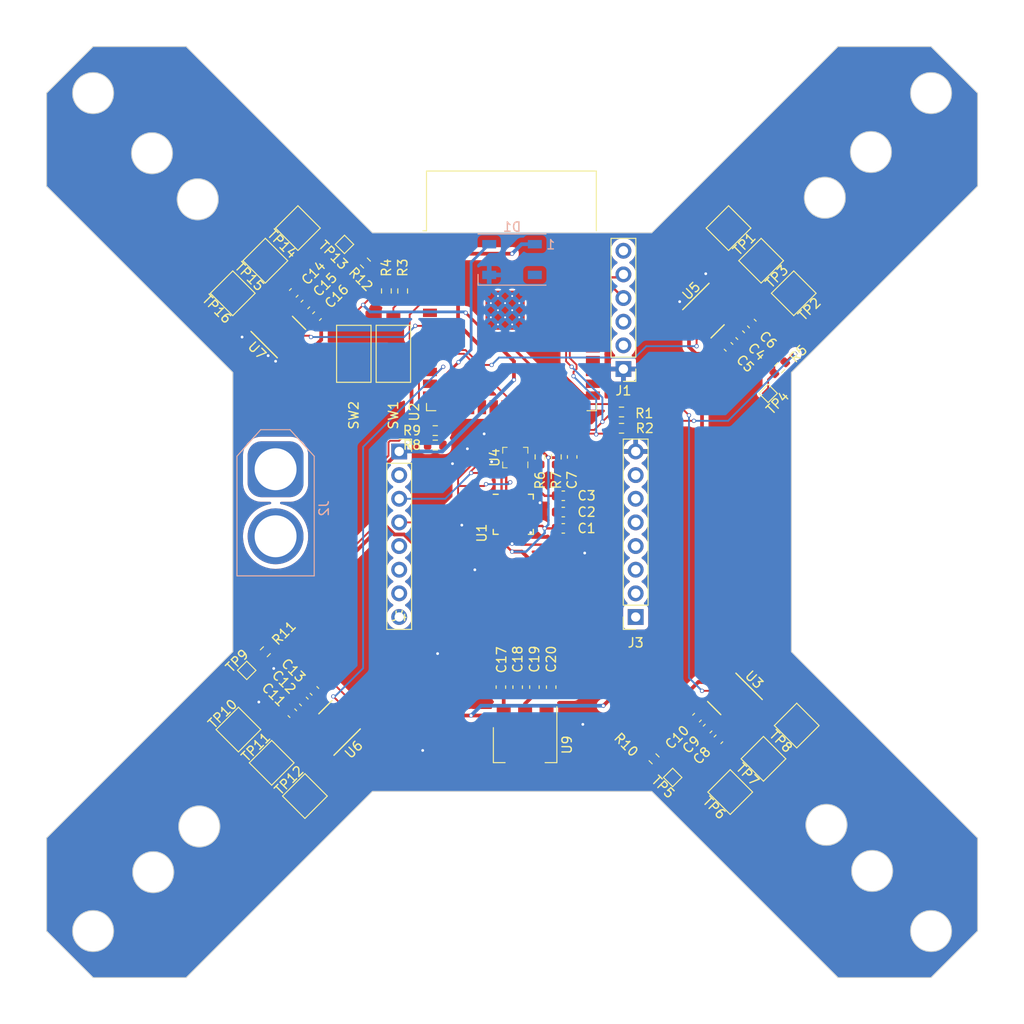
<source format=kicad_pcb>
(kicad_pcb (version 20221018) (generator pcbnew)
  (layers (0 "F.Cu" signal) (31 "B.Cu" signal) (34 "B.Paste" user) (35 "F.Paste" user) (36 "B.SilkS" user "B.Silkscreen") (37 "F.SilkS" user "F.Silkscreen") (38 "B.Mask" user) (39 "F.Mask" user) (44 "Edge.Cuts" user))
  (net 0 "")
  (net 1 "GND")
  (net 2 "VCC")
  (net 3 "Net-(U1-REGOUT)")
  (net 4 "Net-(U1-CPOUT)")
  (net 6 "Net-(D1-DIN)")
  (net 8 "ESP_RX")
  (net 9 "ESP_TX")
  (net 11 "SCL")
  (net 12 "SDA")
  (net 13 "Net-(SW1-B)")
  (net 14 "Net-(SW2-A)")
  (net 15 "Net-(U4-CSB)")
  (net 16 "Net-(U4-SDO)")
  (net 17 "BAT_LEVEL")
  (net 24 "MPU_IRQ")
  (net 35 "MOTOR_4")
  (net 36 "DW_RST")
  (net 37 "MOTOR_1")
  (net 38 "MOTOR_2")
  (net 39 "MOTOR_3")
  (net 51 "DW_IRQ")
  (net 52 "WS_IN")
  (net 53 "SS")
  (net 54 "SCK")
  (net 55 "MISO")
  (net 57 "MOSI")
  (net 58 "+BATT")
  (net 59 "Net-(U5-Vbias)")
  (net 60 "Net-(U5-OUT1)")
  (net 61 "Net-(U5-OUT2)")
  (net 62 "Net-(U5-OUT3)")
  (net 63 "Net-(U3-Vbias)")
  (net 64 "Net-(U6-Vbias)")
  (net 65 "Net-(U7-Vbias)")
  (net 66 "+3.3V")
  (net 67 "Net-(U5-FG)")
  (net 68 "Net-(U3-FG)")
  (net 69 "Net-(U6-FG)")
  (net 70 "Net-(U7-FG)")
  (net 71 "Net-(U3-OUT1)")
  (net 72 "Net-(U3-OUT2)")
  (net 73 "Net-(U3-OUT3)")
  (net 74 "Net-(U6-OUT1)")
  (net 75 "Net-(U6-OUT2)")
  (net 76 "Net-(U6-OUT3)")
  (net 77 "Net-(U7-OUT1)")
  (net 78 "Net-(U7-OUT2)")
  (net 79 "Net-(U7-OUT3)")
  (footprint "Capacitor_SMD:C_0603_1608Metric" (layer "F.Cu") (at 174.5 81 -45)
    (fp_text reference "C4")
    (fp_text value "C")
  )
  (footprint "Button_Switch_SMD:SW_SPST_CK_RS282G05A3" (layer "F.Cu") (at 137.25 83 90)
    (fp_text reference "SW1")
    (fp_text value "SW_Push_Open")
  )
  (footprint "TestPoint:TestPoint_Pad_3.0x3.0mm" (layer "F.Cu") (at 127.75 130.5 45)
    (fp_text reference "TP12")
    (fp_text value "TestPoint")
  )
  (footprint "Capacitor_SMD:C_0603_1608Metric" (layer "F.Cu") (at 155.5 100)
    (fp_text reference "C2")
    (fp_text value "C")
  )
  (footprint "Package_DFN_QFN:DFN-8-1EP_4x4mm_P0.8mm_EP2.5x3.6mm" (layer "F.Cu") (at 173.934315 120.237258 135)
    (fp_text reference "U3")
    (fp_text value "MCP8063")
  )
  (footprint "TestPoint:TestPoint_Pad_3.0x3.0mm" (layer "F.Cu") (at 120.608222 123.358222 45)
    (fp_text reference "TP10")
    (fp_text value "TestPoint")
  )
  (footprint "Resistor_SMD:R_0603_1608Metric" (layer "F.Cu") (at 138.25 76.25 -90)
    (fp_text reference "R3")
    (fp_text value "10K")
  )
  (footprint "TestPoint:TestPoint_Pad_3.0x3.0mm" (layer "F.Cu") (at 180.25 76.5 -135)
    (fp_text reference "TP2")
    (fp_text value "TestPoint")
  )
  (footprint "TestPoint:TestPoint_Pad_1.0x1.0mm" (layer "F.Cu") (at 167.25 128.5 135)
    (fp_text reference "TP5")
    (fp_text value "TestPoint")
  )
  (footprint "Connector_PinSocket_2.54mm:PinSocket_1x08_P2.54mm_Vertical" (layer "F.Cu") (at 163.276172 111.268965 180)
    (fp_text reference "J3")
    (fp_text value "Conn_01x08_Pin")
  )
  (footprint "TestPoint:TestPoint_Pad_1.0x1.0mm" (layer "F.Cu") (at 121.5 117 45)
    (fp_text reference "TP9")
    (fp_text value "TestPoint")
  )
  (footprint "Resistor_SMD:R_0603_1608Metric" (layer "F.Cu") (at 141.75 92.8)
    (fp_text reference "R8")
    (fp_text value "100K")
  )
  (footprint "Resistor_SMD:R_0603_1608Metric" (layer "F.Cu") (at 141.75 91.25)
    (fp_text reference "R9")
    (fp_text value "100K")
  )
  (footprint "TestPoint:TestPoint_Pad_3.0x3.0mm" (layer "F.Cu") (at 127 69.5 135)
    (fp_text reference "TP14")
    (fp_text value "TestPoint")
  )
  (footprint "TestPoint:TestPoint_Pad_3.0x3.0mm" (layer "F.Cu") (at 120 76.5 135)
    (fp_text reference "TP16")
    (fp_text value "TestPoint")
  )
  (footprint "Capacitor_SMD:C_0603_1608Metric" (layer "F.Cu") (at 155.5 98.25)
    (fp_text reference "C3")
    (fp_text value "C")
  )
  (footprint "Sensor_Motion:InvenSense_QFN-24_4x4mm_P0.5mm" (layer "F.Cu") (at 150.130412 100.239157)
    (fp_text reference "U1")
    (fp_text value "MPU-6050")
  )
  (footprint "Capacitor_SMD:C_0603_1608Metric" (layer "F.Cu") (at 150.600001 118.8 90)
    (fp_text reference "C18")
    (fp_text value "C")
  )
  (footprint "TestPoint:TestPoint_Pad_3.0x3.0mm" (layer "F.Cu") (at 173.429111 130.070889 135)
    (fp_text reference "TP6")
    (fp_text value "TestPoint")
  )
  (footprint "Resistor_SMD:R_0603_1608Metric" (layer "F.Cu") (at 161.75 91 180)
    (fp_text reference "R2")
    (fp_text value "R_Small")
  )
  (footprint "Resistor_SMD:R_0603_1608Metric" (layer "F.Cu") (at 165.25 126.5 -45)
    (fp_text reference "R10")
    (fp_text value "10K")
  )
  (footprint "Resistor_SMD:R_0603_1608Metric" (layer "F.Cu") (at 136.5 76.25 -90)
    (fp_text reference "R4")
    (fp_text value "10K")
  )
  (footprint "TestPoint:TestPoint_Pad_3.0x3.0mm" (layer "F.Cu") (at 123.5 73 135)
    (fp_text reference "TP15")
    (fp_text value "TestPoint")
  )
  (footprint "Capacitor_SMD:C_0603_1608Metric" (layer "F.Cu") (at 156.454417 94.076692 -90)
    (fp_text reference "C7")
    (fp_text value "C")
  )
  (footprint "Capacitor_SMD:C_0603_1608Metric" (layer "F.Cu") (at 152.4 118.8 90)
    (fp_text reference "C19")
    (fp_text value "C")
  )
  (footprint "Resistor_SMD:R_0603_1608Metric" (layer "F.Cu") (at 154.75 94.075 -90)
    (fp_text reference "R7")
    (fp_text value "10K")
  )
  (footprint "Capacitor_SMD:C_0603_1608Metric" (layer "F.Cu") (at 155.5 101.75 180)
    (fp_text reference "C1")
    (fp_text value "C")
  )
  (footprint "Connector_PinSocket_2.54mm:PinSocket_1x08_P2.54mm_Vertical" (layer "F.Cu") (at 137.876172 93.488965)
    (fp_text reference "J4")
    (fp_text value "Conn_01x08_Pin")
  )
  (footprint "Button_Switch_SMD:SW_SPST_CK_RS282G05A3" (layer "F.Cu") (at 133 83 -90)
    (fp_text reference "SW2")
    (fp_text value "SW_Push_Open")
  )
  (footprint "Capacitor_SMD:C_0603_1608Metric" (layer "F.Cu") (at 154.2 118.8 90)
    (fp_text reference "C20")
    (fp_text value "C")
  )
  (footprint "Package_DFN_QFN:DFN-8-1EP_4x4mm_P0.8mm_EP2.5x3.6mm" (layer "F.Cu") (at 171.260244 78.361545 -135)
    (fp_text reference "U5")
    (fp_text value "MCP8063")
  )
  (footprint "Resistor_SMD:R_0603_1608Metric" (layer "F.Cu") (at 161.75 89.25 180)
    (fp_text reference "R1")
    (fp_text value "R_Small")
  )
  (footprint "Capacitor_SMD:C_0603_1608Metric" (layer "F.Cu") (at 127.798008 77.701992 45)
    (fp_text reference "C15")
    (fp_text value "C")
  )
  (footprint "Capacitor_SMD:C_0603_1608Metric" (layer "F.Cu") (at 175.75 79.75 -45)
    (fp_text reference "C6")
    (fp_text value "C")
  )
  (footprint "Package_LGA:Bosch_LGA-8_2x2.5mm_P0.65mm_ClockwisePinNumbering" (layer "F.Cu") (at 150.342873 94.145444 180)
    (fp_text reference "U4")
    (fp_text value "BMP280")
  )
  (footprint "Capacitor_SMD:C_0603_1608Metric" (layer "F.Cu") (at 126.548008 76.451992 45)
    (fp_text reference "C14")
    (fp_text value "C")
  )
  (footprint "TestPoint:TestPoint_Pad_3.0x3.0mm" (layer "F.Cu") (at 180.570889 122.929111 135)
    (fp_text reference "TP8")
    (fp_text value "TestPoint")
  )
  (footprint "Capacitor_SMD:C_0603_1608Metric" (layer "F.Cu") (at 126.4 121.6 135)
    (fp_text reference "C11")
    (fp_text value "C")
  )
  (footprint "TestPoint:TestPoint_Pad_3.0x3.0mm" (layer "F.Cu") (at 177 126.5 135)
    (fp_text reference "TP7")
    (fp_text value "TestPoint")
  )
  (footprint "Resistor_SMD:R_0603_1608Metric" (layer "F.Cu") (at 178.75 84.5 -135)
    (fp_text reference "R5")
    (fp_text value "10K")
  )
  (footprint "Resistor_SMD:R_0603_1608Metric" (layer "F.Cu") (at 123.5 115 -135)
    (fp_text reference "R11")
    (fp_text value "10K")
  )
  (footprint "TestPoint:TestPoint_Pad_3.0x3.0mm" (layer "F.Cu") (at 124.179111 126.929111 45)
    (fp_text reference "TP11")
    (fp_text value "TestPoint")
  )
  (footprint "Capacitor_SMD:C_0603_1608Metric" (layer "F.Cu") (at 171 123.25 -135)
    (fp_text reference "C9")
    (fp_text value "C")
  )
  (footprint "TestPoint:TestPoint_Pad_3.0x3.0mm" (layer "F.Cu") (at 176.75 73 -135)
    (fp_text reference "TP3")
    (fp_text value "TestPoint")
  )
  (footprint "Package_DFN_QFN:DFN-8-1EP_4x4mm_P0.8mm_EP2.5x3.6mm" (layer "F.Cu") (at 124.891422 80.492462 -45)
    (fp_text reference "U7")
    (fp_text value "MCP8063")
  )
  (footprint "RF_Module:ESP32-WROOM-32" (layer "F.Cu") (at 149.927781 79.229432)
    (fp_text reference "U2")
    (fp_text value "ESP32-WROOM-32")
  )
  (footprint "Capacitor_SMD:C_0603_1608Metric" (layer "F.Cu") (at 173.25 82.25 -45)
    (fp_text reference "C5")
    (fp_text value "C")
  )
  (footprint "Capacitor_SMD:C_0603_1608Metric" (layer "F.Cu") (at 127.635611 120.343343 135)
    (fp_text reference "C12")
    (fp_text value "C")
  )
  (footprint "Resistor_SMD:R_0603_1608Metric" (layer "F.Cu") (at 134.25 73.25 135)
    (fp_text reference "R12")
    (fp_text value "10K")
  )
  (footprint "Resistor_SMD:R_0603_1608Metric" (layer "F.Cu") (at 153 94.075 -90)
    (fp_text reference "R6")
    (fp_text value "10K")
  )
  (footprint "TestPoint:TestPoint_Pad_3.0x3.0mm" (layer "F.Cu") (at 173.25 69.5 -135)
    (fp_text reference "TP1")
    (fp_text value "TestPoint")
  )
  (footprint "Capacitor_SMD:C_0603_1608Metric" (layer "F.Cu") (at 128.775643 119.20331 135)
    (fp_text reference "C13")
    (fp_text value "C")
  )
  (footprint "Connector_PinHeader_2.54mm:PinHeader_1x06_P2.54mm_Vertical" (layer "F.Cu") (at 161.958221 84.633437 180)
    (fp_text reference "J1")
    (fp_text value "Conn_01x06")
  )
  (footprint "Capacitor_SMD:C_0603_1608Metric" (layer "F.Cu") (at 148.799999 118.8 90)
    (fp_text reference "C17")
    (fp_text value "C")
  )
  (footprint "TestPoint:TestPoint_Pad_1.0x1.0mm" (layer "F.Cu") (at 177.5 87.25 -135)
    (fp_text reference "TP4")
    (fp_text value "TestPoint")
  )
  (footprint "TestPoint:TestPoint_Pad_1.0x1.0mm" (layer "F.Cu") (at 132 71.25 135)
    (fp_text reference "TP13")
    (fp_text value "TestPoint")
  )
  (footprint "Capacitor_SMD:C_0603_1608Metric" (layer "F.Cu") (at 129.048008 78.951992 45)
    (fp_text reference "C16")
    (fp_text value "C")
  )
  (footprint "Capacitor_SMD:C_0603_1608Metric" (layer "F.Cu") (at 169.857067 122.078401 -135)
    (fp_text reference "C10")
    (fp_text value "C")
  )
  (footprint "Package_TO_SOT_SMD:SOT-223-3_TabPin2" (layer "F.Cu") (at 151.4 125 -90)
    (fp_text reference "U9")
    (fp_text value "LM1117MP-3.3")
  )
  (footprint "Capacitor_SMD:C_0603_1608Metric" (layer "F.Cu") (at 172.164058 124.40801 -135)
    (fp_text reference "C8")
    (fp_text value "C")
  )
  (footprint "Package_DFN_QFN:DFN-8-1EP_4x4mm_P0.8mm_EP2.5x3.6mm" (layer "F.Cu") (at 130.762742 123.184315 45)
    (fp_text reference "U6")
    (fp_text value "MCP8063")
  )
  (footprint "Connector_AMASS:AMASS_XT60-M_1x02_P7.20mm_Vertical" (layer "B.Cu") (at 124.6 95.4 -90)
    (fp_text reference "J2")
    (fp_text value "XT60-M")
  )
  (footprint "LED_SMD:LED_WS2812B_PLCC4_5.0x5.0mm_P3.2mm" (layer "B.Cu") (at 149.993593 72.878609 180)
    (fp_text reference "D1")
    (fp_text value "WS2812B")
  )
  (gr_line (start 100 145) (end 100 135) (stroke (width 0.1)) (layer "Edge.Cuts"))
  (gr_line (start 100 135) (end 120 115) (stroke (width 0.1)) (layer "Edge.Cuts"))
  (gr_line (start 200 65) (end 200 55) (stroke (width 0.1)) (layer "Edge.Cuts"))
  (gr_line (start 185 50) (end 165 70) (stroke (width 0.1)) (layer "Edge.Cuts"))
  (gr_line (start 200 55) (end 195 50) (stroke (width 0.1)) (layer "Edge.Cuts"))
  (gr_line (start 100 65) (end 100 55) (stroke (width 0.1)) (layer "Edge.Cuts"))
  (gr_line (start 200 145) (end 195 150) (stroke (width 0.1)) (layer "Edge.Cuts"))
  (gr_line (start 120 115) (end 120 85) (stroke (width 0.1)) (layer "Edge.Cuts"))
  (gr_line (start 135 70) (end 165 70) (stroke (width 0.1)) (layer "Edge.Cuts"))
  (gr_circle (center 105 55) (end 105 52.8) (stroke (width 0.1)) (fill none) (layer "Edge.Cuts"))
  (gr_line (start 200 135) (end 200 145) (stroke (width 0.1)) (layer "Edge.Cuts"))
  (gr_circle (center 116.407257 133.763698) (end 118.607257 133.763698) (stroke (width 0.1)) (fill none) (layer "Edge.Cuts"))
  (gr_line (start 180 85) (end 200 65) (stroke (width 0.1)) (layer "Edge.Cuts"))
  (gr_circle (center 116.236302 66.407257) (end 116.236302 64.207257) (stroke (width 0.1)) (fill none) (layer "Edge.Cuts"))
  (gr_line (start 120 85) (end 100 65) (stroke (width 0.1)) (layer "Edge.Cuts"))
  (gr_line (start 105 50) (end 115 50) (stroke (width 0.1)) (layer "Edge.Cuts"))
  (gr_line (start 115 150) (end 105 150) (stroke (width 0.1)) (layer "Edge.Cuts"))
  (gr_circle (center 183.592743 66.236302) (end 185.792743 66.236302) (stroke (width 0.1)) (fill none) (layer "Edge.Cuts"))
  (gr_circle (center 195 55) (end 197.2 55) (stroke (width 0.1)) (fill none) (layer "Edge.Cuts"))
  (gr_line (start 105 150) (end 100 145) (stroke (width 0.1)) (layer "Edge.Cuts"))
  (gr_line (start 135 130) (end 115 150) (stroke (width 0.1)) (layer "Edge.Cuts"))
  (gr_line (start 180 115) (end 200 135) (stroke (width 0.1)) (layer "Edge.Cuts"))
  (gr_line (start 195 150) (end 185 150) (stroke (width 0.1)) (layer "Edge.Cuts"))
  (gr_circle (center 111.457814 138.673574) (end 109.257814 138.673574) (stroke (width 0.1)) (fill none) (layer "Edge.Cuts"))
  (gr_circle (center 195 145) (end 195 147.2) (stroke (width 0.1)) (fill none) (layer "Edge.Cuts"))
  (gr_circle (center 188.673573 138.542186) (end 188.673574 140.742186) (stroke (width 0.1)) (fill none) (layer "Edge.Cuts"))
  (gr_circle (center 105 145) (end 107.2 145) (stroke (width 0.1)) (fill none) (layer "Edge.Cuts"))
  (gr_circle (center 188.542186 61.326426) (end 186.342186 61.326426) (stroke (width 0.1)) (fill none) (layer "Edge.Cuts"))
  (gr_line (start 100 55) (end 105 50) (stroke (width 0.1)) (layer "Edge.Cuts"))
  (gr_line (start 165 130) (end 135 130) (stroke (width 0.1)) (layer "Edge.Cuts"))
  (gr_circle (center 183.763698 133.592743) (end 183.763698 135.792743) (stroke (width 0.1)) (fill none) (layer "Edge.Cuts"))
  (gr_line (start 195 50) (end 185 50) (stroke (width 0.1)) (layer "Edge.Cuts"))
  (gr_line (start 115 50) (end 135 70) (stroke (width 0.1)) (layer "Edge.Cuts"))
  (gr_line (start 185 150) (end 165 130) (stroke (width 0.1)) (layer "Edge.Cuts"))
  (gr_line (start 180 85) (end 180 115) (stroke (width 0.1)) (layer "Edge.Cuts"))
  (gr_circle (center 111.326426 61.457814) (end 111.326426 59.257814) (stroke (width 0.1)) (fill none) (layer "Edge.Cuts"))
  (segment (start 151.317873 94.945444) (end 151.317873 95.917873) (width 0.2) (layer "F.Cu") (net 1))
  (segment (start 148.180412 98.989157) (end 147.010843 98.989157) (width 0.2) (layer "F.Cu") (net 1))
  (segment (start 150.2 94) (end 150.263317 94) (width 0.2) (layer "F.Cu") (net 1))
  (segment (start 149.880412 103.280412) (end 150 103.4) (width 0.2) (layer "F.Cu") (net 1))
  (segment (start 173.934315 120.237258) (end 173.934315 118.540201) (width 0.4) (layer "F.Cu") (net 1))
  (segment (start 169.563187 78.361545) (end 168.997502 78.92723) (width 0.4) (layer "F.Cu") (net 1))
  (segment (start 150.880412 102.189157) (end 150.880412 102.680412) (width 0.2) (layer "F.Cu") (net 1))
  (segment (start 148.454556 93.945444) (end 150.145444 93.945444) (width 0.2) (layer "F.Cu") (net 1))
  (segment (start 171.260244 78.361545) (end 169.563187 78.361545) (width 0.4) (layer "F.Cu") (net 1))
  (segment (start 124.891422 82.189519) (end 124.891422 80.492462) (width 0.4) (layer "F.Cu") (net 1))
  (segment (start 150.263317 94) (end 150.667873 93.595444) (width 0.2) (layer "F.Cu") (net 1))
  (segment (start 151.114157 102.914157) (end 151.685843 102.914157) (width 0.2) (layer "F.Cu") (net 1))
  (segment (start 149.880412 102.189157) (end 149.880412 103.280412) (width 0.2) (layer "F.Cu") (net 1))
  (segment (start 132.459799 123.184315) (end 133.025484 122.61863) (width 0.4) (layer "F.Cu") (net 1))
  (segment (start 147.8 94.6) (end 148.454556 93.945444) (width 0.2) (layer "F.Cu") (net 1))
  (segment (start 152.989157 98.989157) (end 153 99) (width 0.2) (layer "F.Cu") (net 1))
  (segment (start 151.685843 102.914157) (end 152 102.6) (width 0.2) (layer "F.Cu") (net 1))
  (segment (start 130.762742 123.184315) (end 132.459799 123.184315) (width 0.4) (layer "F.Cu") (net 1))
  (segment (start 173.934315 118.540201) (end 173.36863 117.974516) (width 0.4) (layer "F.Cu") (net 1))
  (segment (start 150.667873 93.595444) (end 150.667873 93.345444) (width 0.2) (layer "F.Cu") (net 1))
  (segment (start 150.880412 102.680412) (end 151.114157 102.914157) (width 0.2) (layer "F.Cu") (net 1))
  (segment (start 125.457107 82.755204) (end 124.891422 82.189519) (width 0.4) (layer "F.Cu") (net 1))
  (segment (start 152 102.6) (end 152 102.2) (width 0.2) (layer "F.Cu") (net 1))
  (segment (start 152.080412 98.989157) (end 152.989157 98.989157) (width 0.2) (layer "F.Cu") (net 1))
  (segment (start 147.010843 98.989157) (end 147 99) (width 0.2) (layer "F.Cu") (net 1))
  (segment (start 151.317873 95.917873) (end 151.4 96) (width 0.2) (layer "F.Cu") (net 1))
  (segment (start 150.145444 93.945444) (end 150.2 94) (width 0.2) (layer "F.Cu") (net 1))
  (via (at 150 103.4) (size 0.45) (drill 0.3) (layers "F.Cu" "B.Cu") (net 1))
  (via (at 145.2 93.2) (size 0.45) (drill 0.3) (layers "F.Cu" "B.Cu") (net 1))
  (via (at 143.6 94.8) (size 0.45) (drill 0.3) (layers "F.Cu" "B.Cu") (net 1))
  (via (at 157.8 104.4) (size 0.45) (drill 0.3) (layers "F.Cu" "B.Cu") (net 1))
  (via (at 170.8 74.4) (size 0.45) (drill 0.3) (layers "F.Cu" "B.Cu") (net 1))
  (via (at 124.4 116.8) (size 0.45) (drill 0.3) (layers "F.Cu" "B.Cu") (net 1))
  (via (at 147.8 94.6) (size 0.45) (drill 0.3) (layers "F.Cu" "B.Cu") (net 1))
  (via (at 144.6 101.4) (size 0.45) (drill 0.3) (layers "F.Cu" "B.Cu") (net 1))
  (via (at 152 102.2) (size 0.45) (drill 0.3) (layers "F.Cu" "B.Cu") (net 1))
  (via (at 124.6 83.8) (size 0.45) (drill 0.3) (layers "F.Cu" "B.Cu") (net 1))
  (via (at 146 106.2) (size 0.45) (drill 0.3) (layers "F.Cu" "B.Cu") (net 1))
  (via (at 140.4 125.6) (size 0.45) (drill 0.3) (layers "F.Cu" "B.Cu") (net 1))
  (via (at 168 77.4) (size 0.45) (drill 0.3) (layers "F.Cu" "B.Cu") (net 1))
  (via (at 147 91.6) (size 0.45) (drill 0.3) (layers "F.Cu" "B.Cu") (net 1))
  (via (at 142 115.2) (size 0.45) (drill 0.3) (layers "F.Cu" "B.Cu") (net 1))
  (via (at 157.6 122.8) (size 0.45) (drill 0.3) (layers "F.Cu" "B.Cu") (net 1))
  (via (at 123.8 83.2) (size 0.45) (drill 0.3) (layers "F.Cu" "B.Cu") (net 1))
  (via (at 122.8 120.4) (size 0.45) (drill 0.3) (layers "F.Cu" "B.Cu") (net 1))
  (via (at 121 81.2) (size 0.45) (drill 0.3) (layers "F.Cu" "B.Cu") (net 1))
  (via (at 153 99) (size 0.45) (drill 0.3) (layers "F.Cu" "B.Cu") (net 1))
  (segment (start 150.380412 102.880412) (end 150.380412 102.189157) (width 0.25) (layer "F.Cu") (net 3))
  (segment (start 155.5 102.227818) (end 154.227818 103.5) (width 0.25) (layer "F.Cu") (net 3))
  (segment (start 154.227818 103.5) (end 151 103.5) (width 0.25) (layer "F.Cu") (net 3))
  (segment (start 151 103.5) (end 150.380412 102.880412) (width 0.25) (layer "F.Cu") (net 3))
  (segment (start 155.5 100.775) (end 155.5 102.227818) (width 0.25) (layer "F.Cu") (net 3))
  (segment (start 154.725 100) (end 155.5 100.775) (width 0.25) (layer "F.Cu") (net 3))
  (segment (start 152.75 97.5) (end 151.178883 97.5) (width 0.25) (layer "F.Cu") (net 4))
  (segment (start 151.178883 97.5) (end 150.880412 97.798471) (width 0.25) (layer "F.Cu") (net 4))
  (segment (start 153.5 98.25) (end 152.75 97.5) (width 0.25) (layer "F.Cu") (net 4))
  (segment (start 150.880412 97.798471) (end 150.880412 98.289157) (width 0.25) (layer "F.Cu") (net 4))
  (segment (start 154.725 98.25) (end 153.5 98.25) (width 0.25) (layer "F.Cu") (net 4))
  (segment (start 144.25 83.897213) (end 141.927781 86.219432) (width 0.3) (layer "F.Cu") (net 6))
  (segment (start 141.927781 86.219432) (end 141.177781 86.219432) (width 0.3) (layer "F.Cu") (net 6))
  (via (at 144.25 83.897213) (size 0.45) (drill 0.3) (layers "F.Cu" "B.Cu") (net 6))
  (segment (start 145.6 82.547213) (end 145.6 73.172202) (width 0.3) (layer "B.Cu") (net 6))
  (segment (start 144.25 83.897213) (end 145.6 82.547213) (width 0.3) (layer "B.Cu") (net 6))
  (segment (start 145.6 73.172202) (end 147.543593 71.228609) (width 0.3) (layer "B.Cu") (net 6))
  (segment (start 161.004216 76.059432) (end 161.958221 77.013437) (width 0.25) (layer "F.Cu") (net 8))
  (segment (start 158.677781 76.059432) (end 161.004216 76.059432) (width 0.25) (layer "F.Cu") (net 8))
  (segment (start 161.642226 74.789432) (end 161.958221 74.473437) (width 0.25) (layer "F.Cu") (net 9))
  (segment (start 158.677781 74.789432) (end 161.642226 74.789432) (width 0.25) (layer "F.Cu") (net 9))
  (segment (start 155.8 83.8) (end 156.4 84.4) (width 0.2) (layer "F.Cu") (net 11))
  (segment (start 144.2 97.2) (end 147 97.2) (width 0.2) (layer "F.Cu") (net 11))
  (segment (start 149.425 91.175) (end 144.2 96.4) (width 0.2) (layer "F.Cu") (net 11))
  (segment (start 160.925 89.25) (end 160.75 89.25) (width 0.2) (layer "F.Cu") (net 11))
  (segment (start 149.367873 96.8) (end 149.367873 98.276618) (width 0.25) (layer "F.Cu") (net 11))
  (segment (start 158.825 91.175) (end 149.425 91.175) (width 0.2) (layer "F.Cu") (net 11))
  (segment (start 158.323517 73.519432) (end 155.8 76.042949) (width 0.2) (layer "F.Cu") (net 11))
  (segment (start 149.367873 94.945444) (end 149.367873 96.8) (width 0.25) (layer "F.Cu") (net 11))
  (segment (start 144.2 98.6) (end 141.691035 101.108965) (width 0.2) (layer "F.Cu") (net 11))
  (segment (start 159.7 90.3) (end 158.825 91.175) (width 0.2) (layer "F.Cu") (net 11))
  (segment (start 147 97.2) (end 147.2 97) (width 0.2) (layer "F.Cu") (net 11))
  (segment (start 155.8 76.042949) (end 155.8 83.8) (width 0.2) (layer "F.Cu") (net 11))
  (segment (start 158.677781 73.519432) (end 158.323517 73.519432) (width 0.2) (layer "F.Cu") (net 11))
  (segment (start 144.2 97.2) (end 144.2 98.6) (width 0.2) (layer "F.Cu") (net 11))
  (segment (start 141.691035 101.108965) (end 137.876172 101.108965) (width 0.2) (layer "F.Cu") (net 11))
  (segment (start 144.2 96.4) (end 144.2 97.2) (width 0.2) (layer "F.Cu") (net 11))
  (segment (start 160.75 89.25) (end 159.7 90.3) (width 0.2) (layer "F.Cu") (net 11))
  (segment (start 149.367873 98.276618) (end 149.380412 98.289157) (width 0.25) (layer "F.Cu") (net 11))
  (segment (start 149.8 96.8) (end 149.367873 96.8) (width 0.2) (layer "F.Cu") (net 11))
  (via (at 147.2 97) (size 0.45) (drill 0.3) (layers "F.Cu" "B.Cu") (net 11))
  (via (at 159.7 90.3) (size 0.45) (drill 0.3) (layers "F.Cu" "B.Cu") (net 11))
  (via (at 149.8 96.8) (size 0.45) (drill 0.3) (layers "F.Cu" "B.Cu") (net 11))
  (via (at 156.4 84.4) (size 0.45) (drill 0.3) (layers "F.Cu" "B.Cu") (net 11))
  (segment (start 147.2 97) (end 149.6 97) (width 0.2) (layer "B.Cu") (net 11))
  (segment (start 156.4 84.4) (end 159.7 87.7) (width 0.2) (layer "B.Cu") (net 11))
  (segment (start 159.7 87.7) (end 159.7 90.3) (width 0.2) (layer "B.Cu") (net 11))
  (segment (start 149.6 97) (end 149.8 96.8) (width 0.2) (layer "B.Cu") (net 11))
  (segment (start 149.047429 94.370444) (end 148.867873 94.55) (width 0.25) (layer "F.Cu") (net 12))
  (segment (start 150.017873 94.710824) (end 149.677493 94.370444) (width 0.25) (layer "F.Cu") (net 12))
  (segment (start 149.677493 94.370444) (end 149.047429 94.370444) (width 0.25) (layer "F.Cu") (net 12))
  (segment (start 156.2 83.457537) (end 156.2 78.6) (width 0.2) (layer "F.Cu") (net 12))
  (segment (start 160.35 91.575) (end 149.625 91.575) (width 0.2) (layer "F.Cu") (net 12))
  (segment (start 150.017873 94.945444) (end 150.017873 94.710824) (width 0.25) (layer "F.Cu") (net 12))
  (segment (start 157.470568 77.329432) (end 158.677781 77.329432) (width 0.2) (layer "F.Cu") (net 12))
  (segment (start 148.867873 94.55) (end 148.867873 95.8) (width 0.25) (layer "F.Cu") (net 12))
  (segment (start 149.625 91.575) (end 145.6 95.6) (width 0.2) (layer "F.Cu") (net 12))
  (segment (start 148.867873 98.276618) (end 148.880412 98.289157) (width 0.25) (layer "F.Cu") (net 12))
  (segment (start 156.6 84.942463) (end 156.925 84.617463) (width 0.2) (layer "F.Cu") (net 12))
  (segment (start 160.925 91) (end 160.35 91.575) (width 0.2) (layer "F.Cu") (net 12))
  (segment (start 156.2 78.6) (end 157.470568 77.329432) (width 0.2) (layer "F.Cu") (net 12))
  (segment (start 145.6 95.8) (end 148.867873 95.8) (width 0.2) (layer "F.Cu") (net 12))
  (segment (start 156.925 84.182537) (end 156.2 83.457537) (width 0.2) (layer "F.Cu") (net 12))
  (segment (start 145.6 95.6) (end 145.6 95.8) (width 0.2) (layer "F.Cu") (net 12))
  (segment (start 156.6 85.4) (end 156.6 84.942463) (width 0.2) (layer "F.Cu") (net 12))
  (segment (start 156.925 84.617463) (end 156.925 84.182537) (width 0.2) (layer "F.Cu") (net 12))
  (segment (start 148.867873 95.8) (end 148.867873 98.276618) (width 0.25) (layer "F.Cu") (net 12))
  (via (at 159.03523 91.655525) (size 0.45) (drill 0.3) (layers "F.Cu" "B.Cu") (net 12))
  (via (at 145.6 95.8) (size 0.45) (drill 0.3) (layers "F.Cu" "B.Cu") (net 12))
  (via (at 156.6 85.4) (size 0.45) (drill 0.3) (layers "F.Cu" "B.Cu") (net 12))
  (segment (start 156.6 85.421563) (end 159.03523 87.856793) (width 0.2) (layer "B.Cu") (net 12))
  (segment (start 137.876172 98.568965) (end 142.831035 98.568965) (width 0.2) (layer "B.Cu") (net 12))
  (segment (start 142.831035 98.568965) (end 145.6 95.8) (width 0.2) (layer "B.Cu") (net 12))
  (segment (start 159.03523 87.856793) (end 159.03523 91.655525) (width 0.2) (layer "B.Cu") (net 12))
  (segment (start 156.6 85.4) (end 156.6 85.421563) (width 0.2) (layer "B.Cu") (net 12))
  (segment (start 137.25 78.075) (end 138.25 77.075) (width 0.2) (layer "F.Cu") (net 13))
  (segment (start 139.75 74.197213) (end 139.75 75.575) (width 0.2) (layer "F.Cu") (net 13))
  (segment (start 141.177781 73.519432) (end 140.427781 73.519432) (width 0.2) (layer "F.Cu") (net 13))
  (segment (start 140.427781 73.519432) (end 139.75 74.197213) (width 0.2) (layer "F.Cu") (net 13))
  (segment (start 139.75 75.575) (end 138.25 77.075) (width 0.2) (layer "F.Cu") (net 13))
  (segment (start 137.25 79.1) (end 137.25 78.075) (width 0.2) (layer "F.Cu") (net 13))
  (segment (start 145.0255 78.6) (end 146.4 79.9745) (width 0.3) (layer "F.Cu") (net 14))
  (segment (start 153 85.25) (end 155.5 85.25) (width 0.3) (layer "F.Cu") (net 14))
  (segment (start 134 77.75) (end 134.675 77.075) (width 0.2) (layer "F.Cu") (net 14))
  (segment (start 157.739432 87.489432) (end 158.677781 87.489432) (width 0.3) (layer "F.Cu") (net 14))
  (segment (start 146.4 81.15) (end 147.25 82) (width 0.3) (layer "F.Cu") (net 14))
  (segment (start 133 79.1) (end 133 78.75) (width 0.2) (layer "F.Cu") (net 14))
  (segment (start 146.4 79.9745) (end 146.4 81.15) (width 0.3) (layer "F.Cu") (net 14))
  (segment (start 147.25 82) (end 149.75 82) (width 0.3) (layer "F.Cu") (net 14))
  (segment (start 155.5 85.25) (end 157.739432 87.489432) (width 0.3) (layer "F.Cu") (net 14))
  (segment (start 134.675 77.075) (end 136.5 77.075) (width 0.2) (layer "F.Cu") (net 14))
  (segment (start 149.75 82) (end 153 85.25) (width 0.3) (layer "F.Cu") (net 14))
  (segment (start 133 78.75) (end 134 77.75) (width 0.2) (layer "F.Cu") (net 14))
  (via (at 145.0255 78.6) (size 0.45) (drill 0.3) (layers "F.Cu" "B.Cu") (net 14))
  (via (at 134 77.75) (size 0.45) (drill 0.3) (layers "F.Cu" "B.Cu") (net 14))
  (segment (start 134.75 78.5) (end 134 77.75) (width 0.3) (layer "B.Cu") (net 14))
  (segment (start 145.0255 78.6) (end 144.9255 78.5) (width 0.3) (layer "B.Cu") (net 14))
  (segment (start 144.9255 78.5) (end 134.75 78.5) (width 0.3) (layer "B.Cu") (net 14))
  (segment (start 152.35 94.25) (end 151 94.25) (width 0.25) (layer "F.Cu") (net 15))
  (segment (start 150.667873 94.945444) (end 150.667873 94.582127) (width 0.25) (layer "F.Cu") (net 15))
  (segment (start 153 94.9) (end 152.35 94.25) (width 0.25) (layer "F.Cu") (net 15))
  (segment (start 150.667873 94.582127) (end 151 94.25) (width 0.25) (layer "F.Cu") (net 15))
  (segment (start 153.025 92) (end 150.363604 92) (width 0.25) (layer "F.Cu") (net 16))
  (segment (start 150.363604 92) (end 149.367873 92.995731) (width 0.25) (layer "F.Cu") (net 16))
  (segment (start 154.275 93.25) (end 153.025 92) (width 0.25) (layer "F.Cu") (net 16))
  (segment (start 154.75 93.25) (end 154.275 93.25) (width 0.25) (layer "F.Cu") (net 16))
  (segment (start 149.367873 92.995731) (end 149.367873 93.345444) (width 0.25) (layer "F.Cu") (net 16))
  (segment (start 140 82.4) (end 140 90.325) (width 0.2) (layer "F.Cu") (net 17))
  (segment (start 141.025 91.25) (end 142.575 92.8) (width 0.2) (layer "F.Cu") (net 17))
  (segment (start 140 90.325) (end 140.925 91.25) (width 0.2) (layer "F.Cu") (net 17))
  (segment (start 139 81.4) (end 140 82.4) (width 0.2) (layer "F.Cu") (net 17))
  (segment (start 140.470568 77.329432) (end 139 78.8) (width 0.2) (layer "F.Cu") (net 17))
  (segment (start 141.177781 77.329432) (end 140.470568 77.329432) (width 0.2) (layer "F.Cu") (net 17))
  (segment (start 139 78.8) (end 139 81.4) (width 0.2) (layer "F.Cu") (net 17))
  (segment (start 140.925 91.25) (end 141.025 91.25) (width 0.2) (layer "F.Cu") (net 17))
  (segment (start 127.154164 81.058147) (end 128.258147 81.058147) (width 0.2) (layer "F.Cu") (net 35))
  (segment (start 139.6 80) (end 141.047213 80) (width 0.2) (layer "F.Cu") (net 35))
  (segment (start 128.258147 81.058147) (end 128.4 81.2) (width 0.2) (layer "F.Cu") (net 35))
  (segment (start 141.047213 80) (end 141.177781 79.869432) (width 0.2) (layer "F.Cu") (net 35))
  (via (at 128.4 81.2) (size 0.45) (drill 0.3) (layers "F.Cu" "B.Cu") (net 35))
  (via (at 139.6 80) (size 0.45) (drill 0.3) (layers "F.Cu" "B.Cu") (net 35))
  (segment (start 128.4 81.2) (end 138.4 81.2) (width 0.2) (layer "B.Cu") (net 35))
  (segment (start 138.4 81.2) (end 139.6 80) (width 0.2) (layer "B.Cu") (net 35))
  (segment (start 169.816589 82.183411) (end 169.816589 81.502257) (width 0.2) (layer "F.Cu") (net 37))
  (segment (start 169.816589 81.502257) (end 170.694559 80.624287) (width 0.2) (layer "F.Cu") (net 37))
  (segment (start 142.781136 82.6) (end 145 82.6) (width 0.2) (layer "F.Cu") (net 37))
  (segment (start 146.6 84.2) (end 147.8 84.2) (width 0.2) (layer "F.Cu") (net 37))
  (segment (start 142.590568 82.409432) (end 142.781136 82.6) (width 0.2) (layer "F.Cu") (net 37))
  (segment (start 141.177781 82.409432) (end 142.590568 82.409432) (width 0.2) (layer "F.Cu") (net 37))
  (segment (start 145 82.6) (end 146.6 84.2) (width 0.2) (layer "F.Cu") (net 37))
  (via (at 147.8 84.2) (size 0.45) (drill 0.3) (layers "F.Cu" "B.Cu") (net 37))
  (via (at 169.816589 82.183411) (size 0.45) (drill 0.3) (layers "F.Cu" "B.Cu") (net 37))
  (segment (start 147.8 84.2) (end 148.6 83.4) (width 0.2) (layer "B.Cu") (net 37))
  (segment (start 163.2 83.4) (end 164.416589 82.183411) (width 0.2) (layer "B.Cu") (net 37))
  (segment (start 148.6 83.4) (end 163.2 83.4) (width 0.2) (layer "B.Cu") (net 37))
  (segment (start 164.416589 82.183411) (end 169.816589 82.183411) (width 0.2) (layer "B.Cu") (net 37))
  (segment (start 170.4 119.2) (end 171.2 119.2) (width 0.2) (layer "F.Cu") (net 38))
  (segment (start 157.253517 87.689432) (end 157.964085 88.4) (width 0.2) (layer "F.Cu") (net 38))
  (segment (start 167.8 88.4) (end 169 89.6) (width 0.2) (layer "F.Cu") (net 38))
  (segment (start 171.2 119.2) (end 171.671573 119.671573) (width 0.2) (layer "F.Cu") (net 38))
  (segment (start 141.177781 83.679432) (end 141.927781 83.679432) (width 0.2) (layer "F.Cu") (net 38))
  (segment (start 144.834314 83) (end 146.117157 84.282843) (width 0.2) (layer "F.Cu") (net 38))
  (segment (start 142.607213 83) (end 143.2 83) (width 0.2) (layer "F.Cu") (net 38))
  (segment (start 158.2 88.4) (end 167.8 88.4) (width 0.2) (layer "F.Cu") (net 38))
  (segment (start 141.927781 83.679432) (end 142.607213 83) (width 0.2) (layer "F.Cu") (net 38))
  (segment (start 143.2 83) (end 144.834314 83) (width 0.2) (layer "F.Cu") (net 38))
  (segment (start 146.117157 84.282843) (end 149.523746 87.689432) (width 0.2) (layer "F.Cu") (net 38))
  (segment (start 157.964085 88.4) (end 158.2 88.4) (width 0.2) (layer "F.Cu") (net 38))
  (segment (start 149.523746 87.689432) (end 157.253517 87.689432) (width 0.2) (layer "F.Cu") (net 38))
  (via (at 169 89.6) (size 0.45) (drill 0.3) (layers "F.Cu" "B.Cu") (net 38))
  (via (at 170.4 119.2) (size 0.45) (drill 0.3) (layers "F.Cu" "B.Cu") (net 38))
  (segment (start 169 117.8) (end 170.4 119.2) (width 0.2) (layer "B.Cu") (net 38))
  (segment (start 169 89.6) (end 169 117.8) (width 0.2) (layer "B.Cu") (net 38))
  (segment (start 131.328427 120.328427) (end 130.8 119.8) (width 0.2) (layer "F.Cu") (net 39))
  (segment (start 142.050568 84.949432) (end 141.177781 84.949432) (width 0.2) (layer "F.Cu") (net 39))
  (segment (start 131.328427 120.921573) (end 131.328427 120.328427) (width 0.2) (layer "F.Cu") (net 39))
  (segment (start 142.6 84.4) (end 142.050568 84.949432) (width 0.2) (layer "F.Cu") (net 39))
  (via (at 130.8 119.8) (size 0.45) (drill 0.3) (layers "F.Cu" "B.Cu") (net 39))
  (via (at 142.6 84.4) (size 0.45) (drill 0.3) (layers "F.Cu" "B.Cu") (net 39))
  (segment (start 134 93) (end 142.6 84.4) (width 0.2) (layer "B.Cu") (net 39))
  (segment (start 134 102.4) (end 134 93) (width 0.2) (layer "B.Cu") (net 39))
  (segment (start 130.8 119.8) (end 130.969835 119.8) (width 0.2) (layer "B.Cu") (net 39))
  (segment (start 130.969835 119.8) (end 134 116.769835) (width 0.2) (layer "B.Cu") (net 39))
  (segment (start 134 116.769835) (end 134 102.4) (width 0.2) (layer "B.Cu") (net 39))
  (segment (start 161.275 119.325) (end 159.8 120.8) (width 0.4) (layer "F.Cu") (net 58))
  (segment (start 132.9 120.5) (end 132.6 120.8) (width 0.4) (layer "F.Cu") (net 58))
  (segment (start 136.5 82.5) (end 139.2 85.2) (width 0.4) (layer "F.Cu") (net 58))
  (segment (start 139.2 91.075) (end 140.925 92.8) (width 0.4) (layer "F.Cu") (net 58))
  (segment (start 169.75 83) (end 170.4 83) (width 0.4) (layer "F.Cu") (net 58))
  (segment (start 172.237259 119.105887) (end 171.381372 118.25) (width 0.4) (layer "F.Cu") (net 58))
  (segment (start 171.403984 83) (end 172.701992 81.701992) (width 0.4) (layer "F.Cu") (net 58))
  (segment (start 169 81.187474) (end 169 82.25) (width 0.4) (layer "F.Cu") (net 58))
  (segment (start 132.581372 120.8) (end 132.6 120.8) (width 0.4) (layer "F.Cu") (net 58))
  (segment (start 130.6 118.6) (end 127.252512 115.252512) (width 0.2) (layer "F.Cu") (net 58))
  (segment (start 128.25 82.75) (end 128.5 82.5) (width 0.4) (layer "F.Cu") (net 58))
  (segment (start 133.2 120.2) (end 132.9 120.5) (width 0.4) (layer "F.Cu") (net 58))
  (segment (start 170.4 83) (end 170.4 118.25) (width 0.4) (layer "F.Cu") (net 58))
  (segment (start 149.1 119.875001) (end 148.799999 119.575) (width 0.4) (layer "F.Cu") (net 58))
  (segment (start 168.75 119.875318) (end 170.405075 121.530393) (width 0.4) (layer "F.Cu") (net 58))
  (segment (start 135.8 120.2) (end 133.2 120.2) (width 0.4) (layer "F.Cu") (net 58))
  (segment (start 149.1 121.85) (end 145.6 121.85) (width 0.4) (layer "F.Cu") (net 58))
  (segment (start 127.252512 115.252512) (end 123.852512 115.252512) (width 0.2) (layer "F.Cu") (net 58))
  (segment (start 127.714645 82.75) (end 128.25 82.75) (width 0.4) (layer "F.Cu") (net 58))
  (segment (start 136.901908 92.338965) (end 137.861035 92.338965) (width 0.2) (layer "F.Cu") (net 58))
  (segment (start 171.548008 122.701992) (end 171.548008 122.673326) (width 0.4) (layer "F.Cu") (net 58))
  (segment (start 128.5 82.5) (end 136.5 82.5) (width 0.4) (layer "F.Cu") (net 58))
  (segment (start 131.894113 121.487259) (end 132.581372 120.8) (width 0.4) (layer "F.Cu") (net 58))
  (segment (start 129.5 80.5) (end 128.5 79.5) (width 0.4) (layer "F.Cu") (net 58))
  (segment (start 171.381372 118.25) (end 170.4 118.25) (width 0.4) (layer "F.Cu") (net 58))
  (segment (start 170.128873 80.058601) (end 169 81.187474) (width 0.4) (layer "F.Cu") (net 58))
  (segment (start 139.2 90.4) (end 139.2 91.075) (width 0.4) (layer "F.Cu") (net 58))
  (segment (start 127.25 78.25) (end 128.5 79.5) (width 0.4) (layer "F.Cu") (net 58))
  (segment (start 128.5 82.5) (end 129.5 81.5) (width 0.4) (layer "F.Cu") (net 58))
  (segment (start 135.7 94.958031) (end 136.726172 93.931859) (width 0.2) (layer "F.Cu") (net 58))
  (segment (start 168.925 119.325) (end 168.75 119.5) (width 0.4) (layer "F.Cu") (net 58))
  (segment (start 170.4 83) (end 171.403984 83) (width 0.4) (layer "F.Cu") (net 58))
  (segment (start 136.726172 93.931859) (end 136.726172 92.514701) (width 0.2) (layer "F.Cu") (net 58))
  (segment (start 139.2 85.2) (end 139.2 90.4) (width 0.4) (layer "F.Cu") (net 58))
  (segment (start 137.861035 92.338965) (end 139.2 91) (width 0.2) (layer "F.Cu") (net 58))
  (segment (start 171.548008 122.673326) (end 170.405075 121.530393) (width 0.4) (layer "F.Cu") (net 58))
  (segment (start 150.600001 119.575) (end 148.799999 119.575) (width 0.4) (layer "F.Cu") (net 58))
  (segment (start 126.588478 81.623833) (end 127.714645 82.75) (width 0.4) (layer "F.Cu") (net 58))
  (segment (start 139.2 91) (end 139.2 90.4) (width 0.2) (layer "F.Cu") (net 58))
  (segment (start 170.4 118.25) (end 170 118.25) (width 0.4) (layer "F.Cu") (net 58))
  (segment (start 136.726172 92.514701) (end 136.901908 92.338965) (width 0.2) (layer "F.Cu") (net 58))
  (segment (start 129.323651 119.751318) (end 130.474969 118.6) (width 0.2) (layer "F.Cu") (net 58))
  (segment (start 123.852512 115.252512) (end 123.247488 114.647488) (width 0.2) (layer "F.Cu") (net 58))
  (segment (start 128.183619 120.891351) (end 129.323651 119.751318) (width 0.2) (layer "F.Cu") (net 58))
  (segment (start 145.6 121.85) (end 137.45 121.85) (width 0.4) (layer "F.Cu") (net 58))
  (segment (start 149.1 121.85) (end 149.1 119.875001) (width 0.4) (layer "F.Cu") (net 58))
  (segment (start 170 118.25) (end 168.925 119.325) (width 0.4) (layer "F.Cu") (net 58))
  (segment (start 123.247488 113.493631) (end 135.7 101.041119) (width 0.2) (layer "F.Cu") (net 58))
  (segment (start 131 118.6) (end 132.9 120.5) (width 0.2) (layer "F.Cu") (net 58))
  (segment (start 123.247488 114.647488) (end 123.247488 113.493631) (width 0.2) (layer "F.Cu") (net 58))
  (segment (start 137.45 121.85) (end 135.8 120.2) (width 0.4) (layer "F.Cu") (net 58))
  (segment (start 135.7 101.041119) (end 135.7 94.958031) (width 0.2) (layer "F.Cu") (net 58))
  (segment (start 168.75 119.5) (end 168.75 119.875318) (width 0.4) (layer "F.Cu") (net 58))
  (segment (start 130.6 118.6) (end 131 118.6) (width 0.2) (layer "F.Cu") (net 58))
  (segment (start 130.474969 118.6) (end 130.6 118.6) (width 0.2) (layer "F.Cu") (net 58))
  (segment (start 169 82.25) (end 169.75 83) (width 0.4) (layer "F.Cu") (net 58))
  (segment (start 168.925 119.325) (end 161.275 119.325) (width 0.4) (layer "F.Cu") (net 58))
  (segment (start 173.951992 80.451992) (end 172.701992 81.701992) (width 0.4) (layer "F.Cu") (net 58))
  (segment (start 129.5 81.5) (end 129.5 80.5) (width 0.4) (layer "F.Cu") (net 58))
  (via (at 159.8 120.8) (size 0.45) (drill 0.3) (layers "F.Cu" "B.Cu") (net 58))
  (via (at 145.6 121.85) (size 0.45) (drill 0.3) (layers "F.Cu" "B.Cu") (net 58))
  (segment (start 146.65 120.8) (end 145.6 121.85) (width 0.4) (layer "B.Cu") (net 58))
  (segment (start 159.8 120.8) (end 146.65 120.8) (width 0.4) (layer "B.Cu") (net 58))
  (segment (start 173.28815 76.899324) (end 172.9573 77.230174) (width 0.2) (layer "F.Cu") (net 59))
  (segment (start 175.201992 79.201992) (end 175.201992 77.951992) (width 0.2) (layer "F.Cu") (net 59))
  (segment (start 174.149324 76.899324) (end 173.28815 76.899324) (width 0.2) (layer "F.Cu") (net 59))
  (segment (start 175.201992 77.951992) (end 174.149324 76.899324) (width 0.2) (layer "F.Cu") (net 59))
  (segment (start 172.391615 76.664489) (end 172.65678 76.399324) (width 0.4) (layer "F.Cu") (net 60))
  (segment (start 178.909449 78.25) (end 180.31212 76.847329) (width 0.4) (layer "F.Cu") (net 60))
  (segment (start 174.649324 76.399324) (end 176.5 78.25) (width 0.4) (layer "F.Cu") (net 60))
  (segment (start 172.65678 76.399324) (end 174.649324 76.399324) (width 0.4) (layer "F.Cu") (net 60))
  (segment (start 176.5 78.25) (end 178.909449 78.25) (width 0.4) (layer "F.Cu") (net 60))
  (segment (start 171.825929 76.098803) (end 174.924732 73) (width 0.4) (layer "F.Cu") (net 61))
  (segment (start 174.924732 73) (end 176.75 73) (width 0.4) (layer "F.Cu") (net 61))
  (segment (start 166.25 79.25) (end 166.25 76.25) (width 0.4) (layer "F.Cu") (net 62))
  (segment (start 168.806104 80.25) (end 167.25 80.25) (width 0.4) (layer "F.Cu") (net 62))
  (segment (start 166.25 76.25) (end 172.870568 69.629432) (width 0.4) (layer "F.Cu") (net 62))
  (segment (start 169.563188 79.492916) (end 168.806104 80.25) (width 0.4) (layer "F.Cu") (net 62))
  (segment (start 172.870568 69.629432) (end 173.25 69.629432) (width 0.4) (layer "F.Cu") (net 62))
  (segment (start 167.25 80.25) (end 166.25 79.25) (width 0.4) (layer "F.Cu") (net 62))
  (segment (start 175.25 123.292894) (end 173.896447 124.646447) (width 0.2) (layer "F.Cu") (net 63))
  (segment (start 175.065686 121.934314) (end 175.25 122.118628) (width 0.2) (layer "F.Cu") (net 63))
  (segment (start 173.498511 124.646447) (end 172.712066 123.860002) (width 0.2) (layer "F.Cu") (net 63))
  (segment (start 173.896447 124.646447) (end 173.498511 124.646447) (width 0.2) (layer "F.Cu") (net 63))
  (segment (start 175.25 122.118628) (end 175.25 123.292894) (width 0.2) (layer "F.Cu") (net 63))
  (segment (start 123.4 78.200863) (end 124.600863 77) (width 0.2) (layer "F.Cu") (net 65))
  (segment (start 124.600863 77) (end 126 77) (width 0.2) (layer "F.Cu") (net 65))
  (segment (start 123.4 78.435355) (end 123.4 78.200863) (width 0.2) (layer "F.Cu") (net 65))
  (segment (start 123.760051 78.795406) (end 123.4 78.435355) (width 0.2) (layer "F.Cu") (net 65))
  (segment (start 151.317873 93.067873) (end 151.317873 93.345444) (width 0.25) (layer "F.Cu") (net 66))
  (segment (start 134.833363 73.833363) (end 136.425 75.425) (width 0.2) (layer "F.Cu") (net 66))
  (segment (start 140.427781 72.249432) (end 141.177781 72.249432) (width 0.2) (layer "F.Cu") (net 66))
  (segment (start 180.4 83) (end 180.25 83) (width 0.2) (layer "F.Cu") (net 66))
  (segment (start 136.2 101.248225) (end 137.355396 102.403621) (width 0.4) (layer "F.Cu") (net 66))
  (segment (start 147 82.6) (end 149 82.6) (width 0.4) (layer "F.Cu") (net 66))
  (segment (start 144.2 79.8) (end 146 81.6) (width 0.4) (layer "F.Cu") (net 66))
  (segment (start 151.413317 93.25) (end 151.317873 93.345444) (width 0.25) (layer "F.Cu") (net 66))
  (segment (start 150.017873 92.982127) (end 150.5 92.5) (width 0.25) (layer "F.Cu") (net 66))
  (segment (start 163.525 90.2) (end 169.5245 90.2) (width 0.2) (layer "F.Cu") (net 66))
  (segment (start 137.355396 102.403621) (end 138.403621 102.403621) (width 0.4) (layer "F.Cu") (net 66))
  (segment (start 144.2 72.249432) (end 141.177781 72.249432) (width 0.4) (layer "F.Cu") (net 66))
  (segment (start 150 72.25) (end 149.999432 72.249432) (width 0.4) (layer "F.Cu") (net 66))
  (segment (start 151.4 121.85) (end 151.4 120.575) (width 0.4) (layer "F.Cu") (net 66))
  (segment (start 150.2 83.8) (end 150.2 85.8) (width 0.4) (layer "F.Cu") (net 66))
  (segment (start 155.606109 94.15) (end 153.9 94.15) (width 0.3) (layer "F.Cu") (net 66))
  (segment (start 136.2 95.165137) (end 136.2 101.248225) (width 0.4) (layer "F.Cu") (net 66))
  (segment (start 151.4 120.575) (end 152.4 119.575) (width 0.4) (layer "F.Cu") (net 66))
  (segment (start 162.575 91) (end 162.575 89.25) (width 0.2) (layer "F.Cu") (net 66))
  (segment (start 138.403621 102.403621) (end 139.630412 103.630412) (width 0.4) (layer "F.Cu") (net 66))
  (segment (start 152.080412 101.489157) (end 153.239157 101.489157) (width 0.25) (layer "F.Cu") (net 66))
  (segment (start 149.380412 103.630412) (end 149.380412 102.189157) (width 0.25) (layer "F.Cu") (net 66))
  (segment (start 153 93.25) (end 151.413317 93.25) (width 0.25) (layer "F.Cu") (net 66))
  (segment (start 138.25 74.427213) (end 140.427781 72.249432) (width 0.2) (layer "F.Cu") (net 66))
  (segment (start 153.9 94.15) (end 153 93.25) (width 0.3) (layer "F.Cu") (net 66))
  (segment (start 138.25 75.425) (end 138.25 74.427213) (width 0.2) (layer "F.Cu") (net 66))
  (segment (start 150.017873 93.345444) (end 150.017873 92.982127) (width 0.25) (layer "F.Cu") (net 66))
  (segment (start 150.5 92.5) (end 150.75 92.5) (width 0.25) (layer "F.Cu") (net 66))
  (segment (start 146 81.6) (end 147 82.6) (width 0.4) (layer "F.Cu") (net 66))
  (segment (start 156.454417 93.301692) (end 155.606109 94.15) (width 0.3) (layer "F.Cu") (net 66))
  (segment (start 124.083363 114.416637) (end 124.083363 113.364862) (width 0.4) (layer "F.Cu") (net 66))
  (segment (start 149 82.6) (end 150.2 83.8) (width 0.4) (layer "F.Cu") (net 66))
  (segment (start 156.625 119.575) (end 157.2 119) (width 0.4) (layer "F.Cu") (net 66))
  (segment (start 150.75 92.5) (end 151.317873 93.067873) (width 0.25) (layer "F.Cu") (net 66))
  (segment (start 124.083363 113.364862) (end 136.2 101.248225) (width 0.4) (layer "F.Cu") (net 66))
  (segment (start 136.425 75.425) (end 136.5 75.425) (width 0.2) (layer "F.Cu") (net 66))
  (segment (start 149.999432 72.249432) (end 144.2 72.249432) (width 0.4) (layer "F.Cu") (net 66))
  (segment (start 144.2 72.249432) (end 144.2 79.8) (width 0.4) (layer "F.Cu") (net 66))
  (segment (start 138.25 75.425) (end 136.5 75.425) (width 0.2) (layer "F.Cu") (net 66))
  (segment (start 150 104.25) (end 149.380412 103.630412) (width 0.25) (layer "F.Cu") (net 66))
  (segment (start 162.433274 128.15) (end 164.666637 125.916637) (width 0.4) (layer "F.Cu") (net 66))
  (segment (start 154.725 101.75) (end 153.5 101.75) (width 0.25) (layer "F.Cu") (net 66))
  (segment (start 151.4 128.15) (end 162.433274 128.15) (width 0.4) (layer "F.Cu") (net 66))
  (segment (start 154.2 119.575) (end 156.625 119.575) (width 0.4) (layer "F.Cu") (net 66))
  (segment (start 154.2 119.575) (end 152.4 119.575) (width 0.4) (layer "F.Cu") (net 66))
  (segment (start 151.05 104.25) (end 150 104.25) (width 0.4) (layer "F.Cu") (net 66))
  (segment (start 151.4 128.15) (end 151.4 121.85) (width 0.4) (layer "F.Cu") (net 66))
  (segment (start 157.2 119) (end 157.2 110.4) (width 0.4) (layer "F.Cu") (net 66))
  (segment (start 156.454417 93.301692) (end 159.098308 93.301692) (width 0.3) (layer "F.Cu") (net 66))
  (segment (start 180.25 83) (end 179.333363 83.916637) (width 0.2) (layer "F.Cu") (net 66))
  (segment (start 160.775 92.8) (end 162.575 91) (width 0.3) (layer "F.Cu") (net 66))
  (segment (start 139.630412 103.630412) (end 149.380412 103.630412) (width 0.4) (layer "F.Cu") (net 66))
  (segment (start 162.575 89.25) (end 163.525 90.2) (width 0.2) (layer "F.Cu") (net 66))
  (segment (start 159.6 92.8) (end 160.775 92.8) (width 0.3) (layer "F.Cu") (net 66))
  (segment (start 153.239157 101.489157) (end 153.5 101.75) (width 0.25) (layer "F.Cu") (net 66))
  (segment (start 157.2 110.4) (end 151.05 104.25) (width 0.4) (layer "F.Cu") (net 66))
  (segment (start 137.876172 93.488965) (end 136.2 95.165137) (width 0.4) (layer "F.Cu") (net 66))
  (segment (start 151.488317 93.175) (end 151.317873 93.345444) (width 0.25) (layer "F.Cu") (net 66))
  (segment (start 159.098308 93.301692) (end 159.6 92.8) (width 0.3) (layer "F.Cu") (net 66))
  (via (at 153.9 94.15) (size 0.45) (drill 0.3) (layers "F.Cu" "B.Cu") (net 66))
  (via (at 169.5245 90.2) (size 0.45) (drill 0.3) (layers "F.Cu" "B.Cu") (net 66))
  (via (at 150.2 85.8) (size 0.45) (drill 0.3) (layers "F.Cu" "B.Cu") (net 66))
  (via (at 150 104.25) (size 0.45) (drill 0.3) (layers "F.Cu" "B.Cu") (net 66))
  (via (at 153.5 101.75) (size 0.45) (drill 0.3) (layers "F.Cu" "B.Cu") (net 66))
  (via (at 150 72.25) (size 0.45) (drill 0.3) (layers "F.Cu" "B.Cu") (net 66))
  (via (at 180.4 83) (size 0.45) (drill 0.3) (layers "F.Cu" "B.Cu") (net 66))
  (segment (start 153.5 101.75) (end 153.9 101.35) (width 0.25) (layer "B.Cu") (net 66))
  (segment (start 152.5 103.25) (end 151.5 104.25) (width 0.25) (layer "B.Cu") (net 66))
  (segment (start 150 72.25) (end 151.021391 71.228609) (width 0.4) (layer "B.Cu") (net 66))
  (segment (start 151.5 104.25) (end 150 104.25) (width 0.25) (layer "B.Cu") (net 66))
  (segment (start 151.021391 71.228609) (end 152.443593 71.228609) (width 0.4) (layer "B.Cu") (net 66))
  (segment (start 153.9 101.35) (end 153.9 94.15) (width 0.25) (layer "B.Cu") (net 66))
  (segment (start 169.5245 90.2) (end 173.2 90.2) (width 0.2) (layer "B.Cu") (net 66))
  (segment (start 173.2 90.2) (end 180.4 83) (width 0.2) (layer "B.Cu") (net 66))
  (segment (start 150.2 85.8) (end 142.511035 93.488965) (width 0.4) (layer "B.Cu") (net 66))
  (segment (start 153.5 101.75) (end 153.5 102.25) (width 0.25) (layer "B.Cu") (net 66))
  (segment (start 142.511035 93.488965) (end 137.876172 93.488965) (width 0.4) (layer "B.Cu") (net 66))
  (segment (start 153.5 102.25) (end 152.5 103.25) (width 0.25) (layer "B.Cu") (net 66))
  (segment (start 174.25 79.5) (end 178.166637 83.416637) (width 0.2) (layer "F.Cu") (net 67))
  (segment (start 173.522986 77.79586) (end 173.818846 77.5) (width 0.2) (layer "F.Cu") (net 67))
  (segment (start 177.5 87.25) (end 177.5 85.75) (width 0.2) (layer "F.Cu") (net 67))
  (segment (start 178.166637 83.416637) (end 178.166637 85.083363) (width 0.2) (layer "F.Cu") (net 67))
  (segment (start 177.5 85.75) (end 178.166637 85.083363) (width 0.2) (layer "F.Cu") (net 67))
  (segment (start 174 77.5) (end 174.5 78) (width 0.2) (layer "F.Cu") (net 67))
  (segment (start 173.818846 77.5) (end 174 77.5) (width 0.2) (layer "F.Cu") (net 67))
  (segment (start 174.5 78) (end 174.5 78.75) (width 0.2) (layer "F.Cu") (net 67))
  (segment (start 174.25 79) (end 174.25 79.5) (width 0.2) (layer "F.Cu") (net 67))
  (segment (start 174.5 78.75) (end 174.25 79) (width 0.2) (layer "F.Cu") (net 67))
  (segment (start 168.166637 127.083363) (end 167.25 127.083363) (width 0.2) (layer "F.Cu") (net 68))
  (segment (start 172.346016 123) (end 170.596016 124.75) (width 0.2) (layer "F.Cu") (net 68))
  (segment (start 174.5 122.5) (end 174 123) (width 0.2) (layer "F.Cu") (net 68))
  (segment (start 170.596016 124.75) (end 170.5 124.75) (width 0.2) (layer "F.Cu") (net 68))
  (segment (start 167.25 128.5) (end 167.25 127.083363) (width 0.2) (layer "F.Cu") (net 68))
  (segment (start 167.25 127.083363) (end 165.833363 127.083363) (width 0.2) (layer "F.Cu") (net 68))
  (segment (start 174 123) (end 172.346016 123) (width 0.2) (layer "F.Cu") (net 68))
  (segment (start 170.5 124.75) (end 168.166637 127.083363) (width 0.2) (layer "F.Cu") (net 68))
  (segment (start 127.5 123) (end 128 122.5) (width 0.2) (layer "F.Cu") (net 69))
  (segment (start 123.012653 116.916637) (end 122.916637 116.916637) (width 0.2) (layer "F.Cu") (net 69))
  (segment (start 128.125 124.125) (end 127.5 123.5) (width 0.2) (layer "F.Cu") (net 69))
  (segment (start 128 121.903984) (end 123.012653 116.916637) (width 0.2) (layer "F.Cu") (net 69))
  (segment (start 122.916637 116.916637) (end 122.916637 115.583363) (width 0.2) (layer "F.Cu") (net 69))
  (segment (start 122.833274 117) (end 122.916637 116.916637) (width 0.2) (layer "F.Cu") (net 69))
  (segment (start 127.5 123.5) (end 127.5 123) (width 0.2) (layer "F.Cu") (net 69))
  (segment (start 121.5 117) (end 122.833274 117) (width 0.2) (layer "F.Cu") (net 69))
  (segment (start 128.5 123.75) (end 128.125 124.125) (width 0.2) (layer "F.Cu") (net 69))
  (segment (start 128 122.5) (end 128 121.903984) (width 0.2) (layer "F.Cu") (net 69))
  (segment (start 133.666637 72.666637) (end 132.25 71.25) (width 0.2) (layer "F.Cu") (net 70))
  (segment (start 124.325737 78.22972) (end 124.555457 78) (width 0.2) (layer "F.Cu") (net 70))
  (segment (start 132.25 71.25) (end 132 71.25) (width 0.2) (layer "F.Cu") (net 70))
  (segment (start 126.25 78) (end 132 72.25) (width 0.2) (layer "F.Cu") (net 70))
  (segment (start 124.555457 78) (end 126.25 78) (width 0.2) (layer "F.Cu") (net 70))
  (segment (start 132 72.25) (end 132 71.25) (width 0.2) (layer "F.Cu") (net 70))
  (segment (start 176.4 122.137258) (end 176.4 122.85) (width 0.4) (layer "F.Cu") (net 71))
  (segment (start 176.4 122.85) (end 173.429111 125.820889) (width 0.4) (layer "F.Cu") (net 71))
  (segment (start 175.631371 121.368629) (end 176.4 122.137258) (width 0.4) (layer "F.Cu") (net 71))
  (segment (start 173.429111 125.820889) (end 173.429111 130.070889) (width 0.4) (layer "F.Cu") (net 71))
  (segment (start 177 121.605886) (end 177 126.5) (width 0.4) (layer "F.Cu") (net 72))
  (segment (start 176.197057 120.802943) (end 177 121.605886) (width 0.4) (layer "F.Cu") (net 72))
  (segment (start 176.5 115.5) (end 180.570889 119.570889) (width 0.4) (layer "F.Cu") (net 73))
  (segment (start 172 117.737258) (end 172 117.25) (width 0.4) (layer "F.Cu") (net 73))
  (segment (start 173.75 115.5) (end 176.5 115.5) (width 0.4) (layer "F.Cu") (net 73))
  (segment (start 172 117.25) (end 173.75 115.5) (width 0.4) (layer "F.Cu") (net 73))
  (segment (start 180.570889 119.570889) (end 180.570889 122.929111) (width 0.4) (layer "F.Cu") (net 73))
  (segment (start 172.802944 118.540202) (end 172 117.737258) (width 0.4) (layer "F.Cu") (net 73))
  (segment (start 127.329111 126.329111) (end 128.183631 126.329111) (width 0.4) (layer "F.Cu") (net 74))
  (segment (start 128.183631 126.329111) (end 129.631371 124.881371) (width 0.4) (layer "F.Cu") (net 74))
  (segment (start 124.358222 123.358222) (end 127.329111 126.329111) (width 0.4) (layer "F.Cu") (net 74))
  (segment (start 120.608222 123.358222) (end 124.358222 123.358222) (width 0.4) (layer "F.Cu") (net 74))
  (segment (start 124.179111 126.929111) (end 128.715003 126.929111) (width 0.4) (layer "F.Cu") (net 75))
  (segment (start 128.715003 126.929111) (end 130.197057 125.447057) (width 0.4) (layer "F.Cu") (net 75))
  (segment (start 135.75 123) (end 135.75 123.75) (width 0.4) (layer "F.Cu") (net 76))
  (segment (start 135.75 123.75) (end 130.75 128.75) (width 0.4) (layer "F.Cu") (net 76))
  (segment (start 129.5 128.75) (end 127.75 130.5) (width 0.4) (layer "F.Cu") (net 76))
  (segment (start 132.459798 122.052944) (end 133.262742 121.25) (width 0.4) (layer "F.Cu") (net 76))
  (segment (start 133.262742 121.25) (end 134 121.25) (width 0.4) (layer "F.Cu") (net 76))
  (segment (start 130.75 128.75) (end 129.5 128.75) (width 0.4) (layer "F.Cu") (net 76))
  (segment (start 134 121.25) (end 135.75 123) (width 0.4) (layer "F.Cu") (net 76))
  (segment (start 127 73.893757) (end 127 69.629432) (width 0.4) (layer "F.Cu") (net 77))
  (segment (start 122.5 78.666725) (end 122.5 78.393757) (width 0.4) (layer "F.Cu") (net 77))
  (segment (start 122.5 78.393757) (end 127 73.893757) (width 0.4) (layer "F.Cu") (net 77))
  (segment (start 123.194366 79.361091) (end 122.5 78.666725) (width 0.4) (layer "F.Cu") (net 77))
  (segment (start 124.075736 75.969493) (end 124.075736 73.575736) (width 0.4) (layer "F.Cu") (net 78))
  (segment (start 124.075736 73.575736) (end 123.5 73) (width 0.4) (layer "F.Cu") (net 78))
  (segment (start 122.62868 79.926777) (end 121.9 79.198097) (width 0.4) (layer "F.Cu") (net 78))
  (segment (start 121.9 79.198097) (end 121.9 78.145229) (width 0.4) (layer "F.Cu") (net 78))
  (segment (start 121.9 78.145229) (end 124.075736 75.969493) (width 0.4) (layer "F.Cu") (net 78))
  (segment (start 126.75 84.25) (end 126 85) (width 0.4) (layer "F.Cu") (net 79))
  (segment (start 120 81.5) (end 120 76.5) (width 0.4) (layer "F.Cu") (net 79))
  (segment (start 123.5 85) (end 120 81.5) (width 0.4) (layer "F.Cu") (net 79))
  (segment (start 126 85) (end 123.5 85) (width 0.4) (layer "F.Cu") (net 79))
  (segment (start 126.75 82.916725) (end 126.75 84.25) (width 0.4) (layer "F.Cu") (net 79))
  (segment (start 126.022793 82.189518) (end 126.75 82.916725) (width 0.4) (layer "F.Cu") (net 79))
  (zone (net 1) (net_name "GND") (layers "F&B.Cu") (connect_pads (clearance 0.5)) (min_thickness 0.25) (fill yes (thermal_gap 0.5) (thermal_bridge_width 0.5))
    (polygon (pts (xy 205 155) (xy 205 45) (xy 95 45) (xy 95 155)))
  )
)
</source>
